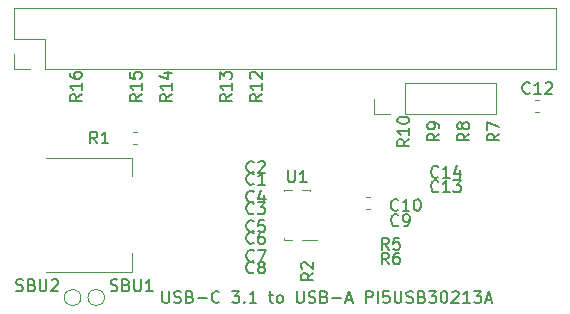
<source format=gbr>
G04 #@! TF.GenerationSoftware,KiCad,Pcbnew,5.1.2*
G04 #@! TF.CreationDate,2019-06-01T11:21:23+02:00*
G04 #@! TF.ProjectId,usb-c-breakout,7573622d-632d-4627-9265-616b6f75742e,rev?*
G04 #@! TF.SameCoordinates,Original*
G04 #@! TF.FileFunction,Legend,Top*
G04 #@! TF.FilePolarity,Positive*
%FSLAX46Y46*%
G04 Gerber Fmt 4.6, Leading zero omitted, Abs format (unit mm)*
G04 Created by KiCad (PCBNEW 5.1.2) date 2019-06-01 11:21:23*
%MOMM*%
%LPD*%
G04 APERTURE LIST*
%ADD10C,0.150000*%
%ADD11C,0.120000*%
%ADD12C,0.100000*%
G04 APERTURE END LIST*
D10*
X83595238Y-106452380D02*
X83595238Y-107261904D01*
X83642857Y-107357142D01*
X83690476Y-107404761D01*
X83785714Y-107452380D01*
X83976190Y-107452380D01*
X84071428Y-107404761D01*
X84119047Y-107357142D01*
X84166666Y-107261904D01*
X84166666Y-106452380D01*
X84595238Y-107404761D02*
X84738095Y-107452380D01*
X84976190Y-107452380D01*
X85071428Y-107404761D01*
X85119047Y-107357142D01*
X85166666Y-107261904D01*
X85166666Y-107166666D01*
X85119047Y-107071428D01*
X85071428Y-107023809D01*
X84976190Y-106976190D01*
X84785714Y-106928571D01*
X84690476Y-106880952D01*
X84642857Y-106833333D01*
X84595238Y-106738095D01*
X84595238Y-106642857D01*
X84642857Y-106547619D01*
X84690476Y-106500000D01*
X84785714Y-106452380D01*
X85023809Y-106452380D01*
X85166666Y-106500000D01*
X85928571Y-106928571D02*
X86071428Y-106976190D01*
X86119047Y-107023809D01*
X86166666Y-107119047D01*
X86166666Y-107261904D01*
X86119047Y-107357142D01*
X86071428Y-107404761D01*
X85976190Y-107452380D01*
X85595238Y-107452380D01*
X85595238Y-106452380D01*
X85928571Y-106452380D01*
X86023809Y-106500000D01*
X86071428Y-106547619D01*
X86119047Y-106642857D01*
X86119047Y-106738095D01*
X86071428Y-106833333D01*
X86023809Y-106880952D01*
X85928571Y-106928571D01*
X85595238Y-106928571D01*
X86595238Y-107071428D02*
X87357142Y-107071428D01*
X88404761Y-107357142D02*
X88357142Y-107404761D01*
X88214285Y-107452380D01*
X88119047Y-107452380D01*
X87976190Y-107404761D01*
X87880952Y-107309523D01*
X87833333Y-107214285D01*
X87785714Y-107023809D01*
X87785714Y-106880952D01*
X87833333Y-106690476D01*
X87880952Y-106595238D01*
X87976190Y-106500000D01*
X88119047Y-106452380D01*
X88214285Y-106452380D01*
X88357142Y-106500000D01*
X88404761Y-106547619D01*
X89500000Y-106452380D02*
X90119047Y-106452380D01*
X89785714Y-106833333D01*
X89928571Y-106833333D01*
X90023809Y-106880952D01*
X90071428Y-106928571D01*
X90119047Y-107023809D01*
X90119047Y-107261904D01*
X90071428Y-107357142D01*
X90023809Y-107404761D01*
X89928571Y-107452380D01*
X89642857Y-107452380D01*
X89547619Y-107404761D01*
X89500000Y-107357142D01*
X90547619Y-107357142D02*
X90595238Y-107404761D01*
X90547619Y-107452380D01*
X90500000Y-107404761D01*
X90547619Y-107357142D01*
X90547619Y-107452380D01*
X91547619Y-107452380D02*
X90976190Y-107452380D01*
X91261904Y-107452380D02*
X91261904Y-106452380D01*
X91166666Y-106595238D01*
X91071428Y-106690476D01*
X90976190Y-106738095D01*
X92595238Y-106785714D02*
X92976190Y-106785714D01*
X92738095Y-106452380D02*
X92738095Y-107309523D01*
X92785714Y-107404761D01*
X92880952Y-107452380D01*
X92976190Y-107452380D01*
X93452380Y-107452380D02*
X93357142Y-107404761D01*
X93309523Y-107357142D01*
X93261904Y-107261904D01*
X93261904Y-106976190D01*
X93309523Y-106880952D01*
X93357142Y-106833333D01*
X93452380Y-106785714D01*
X93595238Y-106785714D01*
X93690476Y-106833333D01*
X93738095Y-106880952D01*
X93785714Y-106976190D01*
X93785714Y-107261904D01*
X93738095Y-107357142D01*
X93690476Y-107404761D01*
X93595238Y-107452380D01*
X93452380Y-107452380D01*
X94976190Y-106452380D02*
X94976190Y-107261904D01*
X95023809Y-107357142D01*
X95071428Y-107404761D01*
X95166666Y-107452380D01*
X95357142Y-107452380D01*
X95452380Y-107404761D01*
X95500000Y-107357142D01*
X95547619Y-107261904D01*
X95547619Y-106452380D01*
X95976190Y-107404761D02*
X96119047Y-107452380D01*
X96357142Y-107452380D01*
X96452380Y-107404761D01*
X96500000Y-107357142D01*
X96547619Y-107261904D01*
X96547619Y-107166666D01*
X96500000Y-107071428D01*
X96452380Y-107023809D01*
X96357142Y-106976190D01*
X96166666Y-106928571D01*
X96071428Y-106880952D01*
X96023809Y-106833333D01*
X95976190Y-106738095D01*
X95976190Y-106642857D01*
X96023809Y-106547619D01*
X96071428Y-106500000D01*
X96166666Y-106452380D01*
X96404761Y-106452380D01*
X96547619Y-106500000D01*
X97309523Y-106928571D02*
X97452380Y-106976190D01*
X97500000Y-107023809D01*
X97547619Y-107119047D01*
X97547619Y-107261904D01*
X97500000Y-107357142D01*
X97452380Y-107404761D01*
X97357142Y-107452380D01*
X96976190Y-107452380D01*
X96976190Y-106452380D01*
X97309523Y-106452380D01*
X97404761Y-106500000D01*
X97452380Y-106547619D01*
X97500000Y-106642857D01*
X97500000Y-106738095D01*
X97452380Y-106833333D01*
X97404761Y-106880952D01*
X97309523Y-106928571D01*
X96976190Y-106928571D01*
X97976190Y-107071428D02*
X98738095Y-107071428D01*
X99166666Y-107166666D02*
X99642857Y-107166666D01*
X99071428Y-107452380D02*
X99404761Y-106452380D01*
X99738095Y-107452380D01*
X100833333Y-107452380D02*
X100833333Y-106452380D01*
X101214285Y-106452380D01*
X101309523Y-106500000D01*
X101357142Y-106547619D01*
X101404761Y-106642857D01*
X101404761Y-106785714D01*
X101357142Y-106880952D01*
X101309523Y-106928571D01*
X101214285Y-106976190D01*
X100833333Y-106976190D01*
X101833333Y-107452380D02*
X101833333Y-106452380D01*
X102785714Y-106452380D02*
X102309523Y-106452380D01*
X102261904Y-106928571D01*
X102309523Y-106880952D01*
X102404761Y-106833333D01*
X102642857Y-106833333D01*
X102738095Y-106880952D01*
X102785714Y-106928571D01*
X102833333Y-107023809D01*
X102833333Y-107261904D01*
X102785714Y-107357142D01*
X102738095Y-107404761D01*
X102642857Y-107452380D01*
X102404761Y-107452380D01*
X102309523Y-107404761D01*
X102261904Y-107357142D01*
X103261904Y-106452380D02*
X103261904Y-107261904D01*
X103309523Y-107357142D01*
X103357142Y-107404761D01*
X103452380Y-107452380D01*
X103642857Y-107452380D01*
X103738095Y-107404761D01*
X103785714Y-107357142D01*
X103833333Y-107261904D01*
X103833333Y-106452380D01*
X104261904Y-107404761D02*
X104404761Y-107452380D01*
X104642857Y-107452380D01*
X104738095Y-107404761D01*
X104785714Y-107357142D01*
X104833333Y-107261904D01*
X104833333Y-107166666D01*
X104785714Y-107071428D01*
X104738095Y-107023809D01*
X104642857Y-106976190D01*
X104452380Y-106928571D01*
X104357142Y-106880952D01*
X104309523Y-106833333D01*
X104261904Y-106738095D01*
X104261904Y-106642857D01*
X104309523Y-106547619D01*
X104357142Y-106500000D01*
X104452380Y-106452380D01*
X104690476Y-106452380D01*
X104833333Y-106500000D01*
X105595238Y-106928571D02*
X105738095Y-106976190D01*
X105785714Y-107023809D01*
X105833333Y-107119047D01*
X105833333Y-107261904D01*
X105785714Y-107357142D01*
X105738095Y-107404761D01*
X105642857Y-107452380D01*
X105261904Y-107452380D01*
X105261904Y-106452380D01*
X105595238Y-106452380D01*
X105690476Y-106500000D01*
X105738095Y-106547619D01*
X105785714Y-106642857D01*
X105785714Y-106738095D01*
X105738095Y-106833333D01*
X105690476Y-106880952D01*
X105595238Y-106928571D01*
X105261904Y-106928571D01*
X106166666Y-106452380D02*
X106785714Y-106452380D01*
X106452380Y-106833333D01*
X106595238Y-106833333D01*
X106690476Y-106880952D01*
X106738095Y-106928571D01*
X106785714Y-107023809D01*
X106785714Y-107261904D01*
X106738095Y-107357142D01*
X106690476Y-107404761D01*
X106595238Y-107452380D01*
X106309523Y-107452380D01*
X106214285Y-107404761D01*
X106166666Y-107357142D01*
X107404761Y-106452380D02*
X107500000Y-106452380D01*
X107595238Y-106500000D01*
X107642857Y-106547619D01*
X107690476Y-106642857D01*
X107738095Y-106833333D01*
X107738095Y-107071428D01*
X107690476Y-107261904D01*
X107642857Y-107357142D01*
X107595238Y-107404761D01*
X107500000Y-107452380D01*
X107404761Y-107452380D01*
X107309523Y-107404761D01*
X107261904Y-107357142D01*
X107214285Y-107261904D01*
X107166666Y-107071428D01*
X107166666Y-106833333D01*
X107214285Y-106642857D01*
X107261904Y-106547619D01*
X107309523Y-106500000D01*
X107404761Y-106452380D01*
X108119047Y-106547619D02*
X108166666Y-106500000D01*
X108261904Y-106452380D01*
X108500000Y-106452380D01*
X108595238Y-106500000D01*
X108642857Y-106547619D01*
X108690476Y-106642857D01*
X108690476Y-106738095D01*
X108642857Y-106880952D01*
X108071428Y-107452380D01*
X108690476Y-107452380D01*
X109642857Y-107452380D02*
X109071428Y-107452380D01*
X109357142Y-107452380D02*
X109357142Y-106452380D01*
X109261904Y-106595238D01*
X109166666Y-106690476D01*
X109071428Y-106738095D01*
X109976190Y-106452380D02*
X110595238Y-106452380D01*
X110261904Y-106833333D01*
X110404761Y-106833333D01*
X110500000Y-106880952D01*
X110547619Y-106928571D01*
X110595238Y-107023809D01*
X110595238Y-107261904D01*
X110547619Y-107357142D01*
X110500000Y-107404761D01*
X110404761Y-107452380D01*
X110119047Y-107452380D01*
X110023809Y-107404761D01*
X109976190Y-107357142D01*
X110976190Y-107166666D02*
X111452380Y-107166666D01*
X110880952Y-107452380D02*
X111214285Y-106452380D01*
X111547619Y-107452380D01*
D11*
X76700000Y-107000000D02*
G75*
G03X76700000Y-107000000I-700000J0D01*
G01*
X78700000Y-107000000D02*
G75*
G03X78700000Y-107000000I-700000J0D01*
G01*
X116900000Y-87690000D02*
X116900000Y-82490000D01*
X73660000Y-87690000D02*
X116900000Y-87690000D01*
X71060000Y-82490000D02*
X116900000Y-82490000D01*
X73660000Y-87690000D02*
X73660000Y-85090000D01*
X73660000Y-85090000D02*
X71060000Y-85090000D01*
X71060000Y-85090000D02*
X71060000Y-82490000D01*
X72390000Y-87690000D02*
X71060000Y-87690000D01*
X71060000Y-87690000D02*
X71060000Y-86360000D01*
X81468279Y-93982000D02*
X81142721Y-93982000D01*
X81468279Y-92962000D02*
X81142721Y-92962000D01*
X101540000Y-91500000D02*
X101540000Y-90170000D01*
X102870000Y-91500000D02*
X101540000Y-91500000D01*
X104140000Y-91500000D02*
X104140000Y-88840000D01*
X104140000Y-88840000D02*
X111820000Y-88840000D01*
X104140000Y-91500000D02*
X111820000Y-91500000D01*
X111820000Y-91500000D02*
X111820000Y-88840000D01*
D12*
X93900000Y-102100000D02*
X93900000Y-102000000D01*
X94600000Y-102100000D02*
X93900000Y-102100000D01*
X96700000Y-102100000D02*
X95400000Y-102100000D01*
X96100000Y-97900000D02*
X96100000Y-98000000D01*
X95400000Y-97900000D02*
X96100000Y-97900000D01*
X93900000Y-97900000D02*
X94600000Y-97900000D01*
X93900000Y-98000000D02*
X93900000Y-97900000D01*
D11*
X115512779Y-90240000D02*
X115187221Y-90240000D01*
X115512779Y-91260000D02*
X115187221Y-91260000D01*
X100837221Y-99510000D02*
X101162779Y-99510000D01*
X100837221Y-98490000D02*
X101162779Y-98490000D01*
X81010000Y-103250000D02*
X81010000Y-104850000D01*
X81010000Y-104850000D02*
X73750000Y-104850000D01*
X81010000Y-95150000D02*
X73750000Y-95150000D01*
X81010000Y-95150000D02*
X81010000Y-96750000D01*
D10*
X71214285Y-106404761D02*
X71357142Y-106452380D01*
X71595238Y-106452380D01*
X71690476Y-106404761D01*
X71738095Y-106357142D01*
X71785714Y-106261904D01*
X71785714Y-106166666D01*
X71738095Y-106071428D01*
X71690476Y-106023809D01*
X71595238Y-105976190D01*
X71404761Y-105928571D01*
X71309523Y-105880952D01*
X71261904Y-105833333D01*
X71214285Y-105738095D01*
X71214285Y-105642857D01*
X71261904Y-105547619D01*
X71309523Y-105500000D01*
X71404761Y-105452380D01*
X71642857Y-105452380D01*
X71785714Y-105500000D01*
X72547619Y-105928571D02*
X72690476Y-105976190D01*
X72738095Y-106023809D01*
X72785714Y-106119047D01*
X72785714Y-106261904D01*
X72738095Y-106357142D01*
X72690476Y-106404761D01*
X72595238Y-106452380D01*
X72214285Y-106452380D01*
X72214285Y-105452380D01*
X72547619Y-105452380D01*
X72642857Y-105500000D01*
X72690476Y-105547619D01*
X72738095Y-105642857D01*
X72738095Y-105738095D01*
X72690476Y-105833333D01*
X72642857Y-105880952D01*
X72547619Y-105928571D01*
X72214285Y-105928571D01*
X73214285Y-105452380D02*
X73214285Y-106261904D01*
X73261904Y-106357142D01*
X73309523Y-106404761D01*
X73404761Y-106452380D01*
X73595238Y-106452380D01*
X73690476Y-106404761D01*
X73738095Y-106357142D01*
X73785714Y-106261904D01*
X73785714Y-105452380D01*
X74214285Y-105547619D02*
X74261904Y-105500000D01*
X74357142Y-105452380D01*
X74595238Y-105452380D01*
X74690476Y-105500000D01*
X74738095Y-105547619D01*
X74785714Y-105642857D01*
X74785714Y-105738095D01*
X74738095Y-105880952D01*
X74166666Y-106452380D01*
X74785714Y-106452380D01*
X79214285Y-106404761D02*
X79357142Y-106452380D01*
X79595238Y-106452380D01*
X79690476Y-106404761D01*
X79738095Y-106357142D01*
X79785714Y-106261904D01*
X79785714Y-106166666D01*
X79738095Y-106071428D01*
X79690476Y-106023809D01*
X79595238Y-105976190D01*
X79404761Y-105928571D01*
X79309523Y-105880952D01*
X79261904Y-105833333D01*
X79214285Y-105738095D01*
X79214285Y-105642857D01*
X79261904Y-105547619D01*
X79309523Y-105500000D01*
X79404761Y-105452380D01*
X79642857Y-105452380D01*
X79785714Y-105500000D01*
X80547619Y-105928571D02*
X80690476Y-105976190D01*
X80738095Y-106023809D01*
X80785714Y-106119047D01*
X80785714Y-106261904D01*
X80738095Y-106357142D01*
X80690476Y-106404761D01*
X80595238Y-106452380D01*
X80214285Y-106452380D01*
X80214285Y-105452380D01*
X80547619Y-105452380D01*
X80642857Y-105500000D01*
X80690476Y-105547619D01*
X80738095Y-105642857D01*
X80738095Y-105738095D01*
X80690476Y-105833333D01*
X80642857Y-105880952D01*
X80547619Y-105928571D01*
X80214285Y-105928571D01*
X81214285Y-105452380D02*
X81214285Y-106261904D01*
X81261904Y-106357142D01*
X81309523Y-106404761D01*
X81404761Y-106452380D01*
X81595238Y-106452380D01*
X81690476Y-106404761D01*
X81738095Y-106357142D01*
X81785714Y-106261904D01*
X81785714Y-105452380D01*
X82785714Y-106452380D02*
X82214285Y-106452380D01*
X82500000Y-106452380D02*
X82500000Y-105452380D01*
X82404761Y-105595238D01*
X82309523Y-105690476D01*
X82214285Y-105738095D01*
X78083333Y-93952380D02*
X77750000Y-93476190D01*
X77511904Y-93952380D02*
X77511904Y-92952380D01*
X77892857Y-92952380D01*
X77988095Y-93000000D01*
X78035714Y-93047619D01*
X78083333Y-93142857D01*
X78083333Y-93285714D01*
X78035714Y-93380952D01*
X77988095Y-93428571D01*
X77892857Y-93476190D01*
X77511904Y-93476190D01*
X79035714Y-93952380D02*
X78464285Y-93952380D01*
X78750000Y-93952380D02*
X78750000Y-92952380D01*
X78654761Y-93095238D01*
X78559523Y-93190476D01*
X78464285Y-93238095D01*
X94234095Y-96226380D02*
X94234095Y-97035904D01*
X94281714Y-97131142D01*
X94329333Y-97178761D01*
X94424571Y-97226380D01*
X94615047Y-97226380D01*
X94710285Y-97178761D01*
X94757904Y-97131142D01*
X94805523Y-97035904D01*
X94805523Y-96226380D01*
X95805523Y-97226380D02*
X95234095Y-97226380D01*
X95519809Y-97226380D02*
X95519809Y-96226380D01*
X95424571Y-96369238D01*
X95329333Y-96464476D01*
X95234095Y-96512095D01*
X76752380Y-89796857D02*
X76276190Y-90130190D01*
X76752380Y-90368285D02*
X75752380Y-90368285D01*
X75752380Y-89987333D01*
X75800000Y-89892095D01*
X75847619Y-89844476D01*
X75942857Y-89796857D01*
X76085714Y-89796857D01*
X76180952Y-89844476D01*
X76228571Y-89892095D01*
X76276190Y-89987333D01*
X76276190Y-90368285D01*
X76752380Y-88844476D02*
X76752380Y-89415904D01*
X76752380Y-89130190D02*
X75752380Y-89130190D01*
X75895238Y-89225428D01*
X75990476Y-89320666D01*
X76038095Y-89415904D01*
X75752380Y-87987333D02*
X75752380Y-88177809D01*
X75800000Y-88273047D01*
X75847619Y-88320666D01*
X75990476Y-88415904D01*
X76180952Y-88463523D01*
X76561904Y-88463523D01*
X76657142Y-88415904D01*
X76704761Y-88368285D01*
X76752380Y-88273047D01*
X76752380Y-88082571D01*
X76704761Y-87987333D01*
X76657142Y-87939714D01*
X76561904Y-87892095D01*
X76323809Y-87892095D01*
X76228571Y-87939714D01*
X76180952Y-87987333D01*
X76133333Y-88082571D01*
X76133333Y-88273047D01*
X76180952Y-88368285D01*
X76228571Y-88415904D01*
X76323809Y-88463523D01*
X81832380Y-89796857D02*
X81356190Y-90130190D01*
X81832380Y-90368285D02*
X80832380Y-90368285D01*
X80832380Y-89987333D01*
X80880000Y-89892095D01*
X80927619Y-89844476D01*
X81022857Y-89796857D01*
X81165714Y-89796857D01*
X81260952Y-89844476D01*
X81308571Y-89892095D01*
X81356190Y-89987333D01*
X81356190Y-90368285D01*
X81832380Y-88844476D02*
X81832380Y-89415904D01*
X81832380Y-89130190D02*
X80832380Y-89130190D01*
X80975238Y-89225428D01*
X81070476Y-89320666D01*
X81118095Y-89415904D01*
X80832380Y-87939714D02*
X80832380Y-88415904D01*
X81308571Y-88463523D01*
X81260952Y-88415904D01*
X81213333Y-88320666D01*
X81213333Y-88082571D01*
X81260952Y-87987333D01*
X81308571Y-87939714D01*
X81403809Y-87892095D01*
X81641904Y-87892095D01*
X81737142Y-87939714D01*
X81784761Y-87987333D01*
X81832380Y-88082571D01*
X81832380Y-88320666D01*
X81784761Y-88415904D01*
X81737142Y-88463523D01*
X84372380Y-89796857D02*
X83896190Y-90130190D01*
X84372380Y-90368285D02*
X83372380Y-90368285D01*
X83372380Y-89987333D01*
X83420000Y-89892095D01*
X83467619Y-89844476D01*
X83562857Y-89796857D01*
X83705714Y-89796857D01*
X83800952Y-89844476D01*
X83848571Y-89892095D01*
X83896190Y-89987333D01*
X83896190Y-90368285D01*
X84372380Y-88844476D02*
X84372380Y-89415904D01*
X84372380Y-89130190D02*
X83372380Y-89130190D01*
X83515238Y-89225428D01*
X83610476Y-89320666D01*
X83658095Y-89415904D01*
X83705714Y-87987333D02*
X84372380Y-87987333D01*
X83324761Y-88225428D02*
X84039047Y-88463523D01*
X84039047Y-87844476D01*
X89452380Y-89796857D02*
X88976190Y-90130190D01*
X89452380Y-90368285D02*
X88452380Y-90368285D01*
X88452380Y-89987333D01*
X88500000Y-89892095D01*
X88547619Y-89844476D01*
X88642857Y-89796857D01*
X88785714Y-89796857D01*
X88880952Y-89844476D01*
X88928571Y-89892095D01*
X88976190Y-89987333D01*
X88976190Y-90368285D01*
X89452380Y-88844476D02*
X89452380Y-89415904D01*
X89452380Y-89130190D02*
X88452380Y-89130190D01*
X88595238Y-89225428D01*
X88690476Y-89320666D01*
X88738095Y-89415904D01*
X88452380Y-88511142D02*
X88452380Y-87892095D01*
X88833333Y-88225428D01*
X88833333Y-88082571D01*
X88880952Y-87987333D01*
X88928571Y-87939714D01*
X89023809Y-87892095D01*
X89261904Y-87892095D01*
X89357142Y-87939714D01*
X89404761Y-87987333D01*
X89452380Y-88082571D01*
X89452380Y-88368285D01*
X89404761Y-88463523D01*
X89357142Y-88511142D01*
X91992380Y-89796857D02*
X91516190Y-90130190D01*
X91992380Y-90368285D02*
X90992380Y-90368285D01*
X90992380Y-89987333D01*
X91040000Y-89892095D01*
X91087619Y-89844476D01*
X91182857Y-89796857D01*
X91325714Y-89796857D01*
X91420952Y-89844476D01*
X91468571Y-89892095D01*
X91516190Y-89987333D01*
X91516190Y-90368285D01*
X91992380Y-88844476D02*
X91992380Y-89415904D01*
X91992380Y-89130190D02*
X90992380Y-89130190D01*
X91135238Y-89225428D01*
X91230476Y-89320666D01*
X91278095Y-89415904D01*
X91087619Y-88463523D02*
X91040000Y-88415904D01*
X90992380Y-88320666D01*
X90992380Y-88082571D01*
X91040000Y-87987333D01*
X91087619Y-87939714D01*
X91182857Y-87892095D01*
X91278095Y-87892095D01*
X91420952Y-87939714D01*
X91992380Y-88511142D01*
X91992380Y-87892095D01*
X104492380Y-93606857D02*
X104016190Y-93940190D01*
X104492380Y-94178285D02*
X103492380Y-94178285D01*
X103492380Y-93797333D01*
X103540000Y-93702095D01*
X103587619Y-93654476D01*
X103682857Y-93606857D01*
X103825714Y-93606857D01*
X103920952Y-93654476D01*
X103968571Y-93702095D01*
X104016190Y-93797333D01*
X104016190Y-94178285D01*
X104492380Y-92654476D02*
X104492380Y-93225904D01*
X104492380Y-92940190D02*
X103492380Y-92940190D01*
X103635238Y-93035428D01*
X103730476Y-93130666D01*
X103778095Y-93225904D01*
X103492380Y-92035428D02*
X103492380Y-91940190D01*
X103540000Y-91844952D01*
X103587619Y-91797333D01*
X103682857Y-91749714D01*
X103873333Y-91702095D01*
X104111428Y-91702095D01*
X104301904Y-91749714D01*
X104397142Y-91797333D01*
X104444761Y-91844952D01*
X104492380Y-91940190D01*
X104492380Y-92035428D01*
X104444761Y-92130666D01*
X104397142Y-92178285D01*
X104301904Y-92225904D01*
X104111428Y-92273523D01*
X103873333Y-92273523D01*
X103682857Y-92225904D01*
X103587619Y-92178285D01*
X103540000Y-92130666D01*
X103492380Y-92035428D01*
X107032380Y-93130666D02*
X106556190Y-93464000D01*
X107032380Y-93702095D02*
X106032380Y-93702095D01*
X106032380Y-93321142D01*
X106080000Y-93225904D01*
X106127619Y-93178285D01*
X106222857Y-93130666D01*
X106365714Y-93130666D01*
X106460952Y-93178285D01*
X106508571Y-93225904D01*
X106556190Y-93321142D01*
X106556190Y-93702095D01*
X107032380Y-92654476D02*
X107032380Y-92464000D01*
X106984761Y-92368761D01*
X106937142Y-92321142D01*
X106794285Y-92225904D01*
X106603809Y-92178285D01*
X106222857Y-92178285D01*
X106127619Y-92225904D01*
X106080000Y-92273523D01*
X106032380Y-92368761D01*
X106032380Y-92559238D01*
X106080000Y-92654476D01*
X106127619Y-92702095D01*
X106222857Y-92749714D01*
X106460952Y-92749714D01*
X106556190Y-92702095D01*
X106603809Y-92654476D01*
X106651428Y-92559238D01*
X106651428Y-92368761D01*
X106603809Y-92273523D01*
X106556190Y-92225904D01*
X106460952Y-92178285D01*
X109572380Y-93130666D02*
X109096190Y-93464000D01*
X109572380Y-93702095D02*
X108572380Y-93702095D01*
X108572380Y-93321142D01*
X108620000Y-93225904D01*
X108667619Y-93178285D01*
X108762857Y-93130666D01*
X108905714Y-93130666D01*
X109000952Y-93178285D01*
X109048571Y-93225904D01*
X109096190Y-93321142D01*
X109096190Y-93702095D01*
X109000952Y-92559238D02*
X108953333Y-92654476D01*
X108905714Y-92702095D01*
X108810476Y-92749714D01*
X108762857Y-92749714D01*
X108667619Y-92702095D01*
X108620000Y-92654476D01*
X108572380Y-92559238D01*
X108572380Y-92368761D01*
X108620000Y-92273523D01*
X108667619Y-92225904D01*
X108762857Y-92178285D01*
X108810476Y-92178285D01*
X108905714Y-92225904D01*
X108953333Y-92273523D01*
X109000952Y-92368761D01*
X109000952Y-92559238D01*
X109048571Y-92654476D01*
X109096190Y-92702095D01*
X109191428Y-92749714D01*
X109381904Y-92749714D01*
X109477142Y-92702095D01*
X109524761Y-92654476D01*
X109572380Y-92559238D01*
X109572380Y-92368761D01*
X109524761Y-92273523D01*
X109477142Y-92225904D01*
X109381904Y-92178285D01*
X109191428Y-92178285D01*
X109096190Y-92225904D01*
X109048571Y-92273523D01*
X109000952Y-92368761D01*
X112112380Y-93130666D02*
X111636190Y-93464000D01*
X112112380Y-93702095D02*
X111112380Y-93702095D01*
X111112380Y-93321142D01*
X111160000Y-93225904D01*
X111207619Y-93178285D01*
X111302857Y-93130666D01*
X111445714Y-93130666D01*
X111540952Y-93178285D01*
X111588571Y-93225904D01*
X111636190Y-93321142D01*
X111636190Y-93702095D01*
X111112380Y-92797333D02*
X111112380Y-92130666D01*
X112112380Y-92559238D01*
X102753333Y-104202380D02*
X102420000Y-103726190D01*
X102181904Y-104202380D02*
X102181904Y-103202380D01*
X102562857Y-103202380D01*
X102658095Y-103250000D01*
X102705714Y-103297619D01*
X102753333Y-103392857D01*
X102753333Y-103535714D01*
X102705714Y-103630952D01*
X102658095Y-103678571D01*
X102562857Y-103726190D01*
X102181904Y-103726190D01*
X103610476Y-103202380D02*
X103420000Y-103202380D01*
X103324761Y-103250000D01*
X103277142Y-103297619D01*
X103181904Y-103440476D01*
X103134285Y-103630952D01*
X103134285Y-104011904D01*
X103181904Y-104107142D01*
X103229523Y-104154761D01*
X103324761Y-104202380D01*
X103515238Y-104202380D01*
X103610476Y-104154761D01*
X103658095Y-104107142D01*
X103705714Y-104011904D01*
X103705714Y-103773809D01*
X103658095Y-103678571D01*
X103610476Y-103630952D01*
X103515238Y-103583333D01*
X103324761Y-103583333D01*
X103229523Y-103630952D01*
X103181904Y-103678571D01*
X103134285Y-103773809D01*
X102753333Y-102952380D02*
X102420000Y-102476190D01*
X102181904Y-102952380D02*
X102181904Y-101952380D01*
X102562857Y-101952380D01*
X102658095Y-102000000D01*
X102705714Y-102047619D01*
X102753333Y-102142857D01*
X102753333Y-102285714D01*
X102705714Y-102380952D01*
X102658095Y-102428571D01*
X102562857Y-102476190D01*
X102181904Y-102476190D01*
X103658095Y-101952380D02*
X103181904Y-101952380D01*
X103134285Y-102428571D01*
X103181904Y-102380952D01*
X103277142Y-102333333D01*
X103515238Y-102333333D01*
X103610476Y-102380952D01*
X103658095Y-102428571D01*
X103705714Y-102523809D01*
X103705714Y-102761904D01*
X103658095Y-102857142D01*
X103610476Y-102904761D01*
X103515238Y-102952380D01*
X103277142Y-102952380D01*
X103181904Y-102904761D01*
X103134285Y-102857142D01*
X96364380Y-104941666D02*
X95888190Y-105275000D01*
X96364380Y-105513095D02*
X95364380Y-105513095D01*
X95364380Y-105132142D01*
X95412000Y-105036904D01*
X95459619Y-104989285D01*
X95554857Y-104941666D01*
X95697714Y-104941666D01*
X95792952Y-104989285D01*
X95840571Y-105036904D01*
X95888190Y-105132142D01*
X95888190Y-105513095D01*
X95459619Y-104560714D02*
X95412000Y-104513095D01*
X95364380Y-104417857D01*
X95364380Y-104179761D01*
X95412000Y-104084523D01*
X95459619Y-104036904D01*
X95554857Y-103989285D01*
X95650095Y-103989285D01*
X95792952Y-104036904D01*
X96364380Y-104608333D01*
X96364380Y-103989285D01*
X106957142Y-96757142D02*
X106909523Y-96804761D01*
X106766666Y-96852380D01*
X106671428Y-96852380D01*
X106528571Y-96804761D01*
X106433333Y-96709523D01*
X106385714Y-96614285D01*
X106338095Y-96423809D01*
X106338095Y-96280952D01*
X106385714Y-96090476D01*
X106433333Y-95995238D01*
X106528571Y-95900000D01*
X106671428Y-95852380D01*
X106766666Y-95852380D01*
X106909523Y-95900000D01*
X106957142Y-95947619D01*
X107909523Y-96852380D02*
X107338095Y-96852380D01*
X107623809Y-96852380D02*
X107623809Y-95852380D01*
X107528571Y-95995238D01*
X107433333Y-96090476D01*
X107338095Y-96138095D01*
X108766666Y-96185714D02*
X108766666Y-96852380D01*
X108528571Y-95804761D02*
X108290476Y-96519047D01*
X108909523Y-96519047D01*
X106957142Y-97987142D02*
X106909523Y-98034761D01*
X106766666Y-98082380D01*
X106671428Y-98082380D01*
X106528571Y-98034761D01*
X106433333Y-97939523D01*
X106385714Y-97844285D01*
X106338095Y-97653809D01*
X106338095Y-97510952D01*
X106385714Y-97320476D01*
X106433333Y-97225238D01*
X106528571Y-97130000D01*
X106671428Y-97082380D01*
X106766666Y-97082380D01*
X106909523Y-97130000D01*
X106957142Y-97177619D01*
X107909523Y-98082380D02*
X107338095Y-98082380D01*
X107623809Y-98082380D02*
X107623809Y-97082380D01*
X107528571Y-97225238D01*
X107433333Y-97320476D01*
X107338095Y-97368095D01*
X108242857Y-97082380D02*
X108861904Y-97082380D01*
X108528571Y-97463333D01*
X108671428Y-97463333D01*
X108766666Y-97510952D01*
X108814285Y-97558571D01*
X108861904Y-97653809D01*
X108861904Y-97891904D01*
X108814285Y-97987142D01*
X108766666Y-98034761D01*
X108671428Y-98082380D01*
X108385714Y-98082380D01*
X108290476Y-98034761D01*
X108242857Y-97987142D01*
X114707142Y-89657142D02*
X114659523Y-89704761D01*
X114516666Y-89752380D01*
X114421428Y-89752380D01*
X114278571Y-89704761D01*
X114183333Y-89609523D01*
X114135714Y-89514285D01*
X114088095Y-89323809D01*
X114088095Y-89180952D01*
X114135714Y-88990476D01*
X114183333Y-88895238D01*
X114278571Y-88800000D01*
X114421428Y-88752380D01*
X114516666Y-88752380D01*
X114659523Y-88800000D01*
X114707142Y-88847619D01*
X115659523Y-89752380D02*
X115088095Y-89752380D01*
X115373809Y-89752380D02*
X115373809Y-88752380D01*
X115278571Y-88895238D01*
X115183333Y-88990476D01*
X115088095Y-89038095D01*
X116040476Y-88847619D02*
X116088095Y-88800000D01*
X116183333Y-88752380D01*
X116421428Y-88752380D01*
X116516666Y-88800000D01*
X116564285Y-88847619D01*
X116611904Y-88942857D01*
X116611904Y-89038095D01*
X116564285Y-89180952D01*
X115992857Y-89752380D01*
X116611904Y-89752380D01*
X103557142Y-99557142D02*
X103509523Y-99604761D01*
X103366666Y-99652380D01*
X103271428Y-99652380D01*
X103128571Y-99604761D01*
X103033333Y-99509523D01*
X102985714Y-99414285D01*
X102938095Y-99223809D01*
X102938095Y-99080952D01*
X102985714Y-98890476D01*
X103033333Y-98795238D01*
X103128571Y-98700000D01*
X103271428Y-98652380D01*
X103366666Y-98652380D01*
X103509523Y-98700000D01*
X103557142Y-98747619D01*
X104509523Y-99652380D02*
X103938095Y-99652380D01*
X104223809Y-99652380D02*
X104223809Y-98652380D01*
X104128571Y-98795238D01*
X104033333Y-98890476D01*
X103938095Y-98938095D01*
X105128571Y-98652380D02*
X105223809Y-98652380D01*
X105319047Y-98700000D01*
X105366666Y-98747619D01*
X105414285Y-98842857D01*
X105461904Y-99033333D01*
X105461904Y-99271428D01*
X105414285Y-99461904D01*
X105366666Y-99557142D01*
X105319047Y-99604761D01*
X105223809Y-99652380D01*
X105128571Y-99652380D01*
X105033333Y-99604761D01*
X104985714Y-99557142D01*
X104938095Y-99461904D01*
X104890476Y-99271428D01*
X104890476Y-99033333D01*
X104938095Y-98842857D01*
X104985714Y-98747619D01*
X105033333Y-98700000D01*
X105128571Y-98652380D01*
X103583333Y-100857142D02*
X103535714Y-100904761D01*
X103392857Y-100952380D01*
X103297619Y-100952380D01*
X103154761Y-100904761D01*
X103059523Y-100809523D01*
X103011904Y-100714285D01*
X102964285Y-100523809D01*
X102964285Y-100380952D01*
X103011904Y-100190476D01*
X103059523Y-100095238D01*
X103154761Y-100000000D01*
X103297619Y-99952380D01*
X103392857Y-99952380D01*
X103535714Y-100000000D01*
X103583333Y-100047619D01*
X104059523Y-100952380D02*
X104250000Y-100952380D01*
X104345238Y-100904761D01*
X104392857Y-100857142D01*
X104488095Y-100714285D01*
X104535714Y-100523809D01*
X104535714Y-100142857D01*
X104488095Y-100047619D01*
X104440476Y-100000000D01*
X104345238Y-99952380D01*
X104154761Y-99952380D01*
X104059523Y-100000000D01*
X104011904Y-100047619D01*
X103964285Y-100142857D01*
X103964285Y-100380952D01*
X104011904Y-100476190D01*
X104059523Y-100523809D01*
X104154761Y-100571428D01*
X104345238Y-100571428D01*
X104440476Y-100523809D01*
X104488095Y-100476190D01*
X104535714Y-100380952D01*
X91333333Y-104857142D02*
X91285714Y-104904761D01*
X91142857Y-104952380D01*
X91047619Y-104952380D01*
X90904761Y-104904761D01*
X90809523Y-104809523D01*
X90761904Y-104714285D01*
X90714285Y-104523809D01*
X90714285Y-104380952D01*
X90761904Y-104190476D01*
X90809523Y-104095238D01*
X90904761Y-104000000D01*
X91047619Y-103952380D01*
X91142857Y-103952380D01*
X91285714Y-104000000D01*
X91333333Y-104047619D01*
X91904761Y-104380952D02*
X91809523Y-104333333D01*
X91761904Y-104285714D01*
X91714285Y-104190476D01*
X91714285Y-104142857D01*
X91761904Y-104047619D01*
X91809523Y-104000000D01*
X91904761Y-103952380D01*
X92095238Y-103952380D01*
X92190476Y-104000000D01*
X92238095Y-104047619D01*
X92285714Y-104142857D01*
X92285714Y-104190476D01*
X92238095Y-104285714D01*
X92190476Y-104333333D01*
X92095238Y-104380952D01*
X91904761Y-104380952D01*
X91809523Y-104428571D01*
X91761904Y-104476190D01*
X91714285Y-104571428D01*
X91714285Y-104761904D01*
X91761904Y-104857142D01*
X91809523Y-104904761D01*
X91904761Y-104952380D01*
X92095238Y-104952380D01*
X92190476Y-104904761D01*
X92238095Y-104857142D01*
X92285714Y-104761904D01*
X92285714Y-104571428D01*
X92238095Y-104476190D01*
X92190476Y-104428571D01*
X92095238Y-104380952D01*
X91333333Y-103857142D02*
X91285714Y-103904761D01*
X91142857Y-103952380D01*
X91047619Y-103952380D01*
X90904761Y-103904761D01*
X90809523Y-103809523D01*
X90761904Y-103714285D01*
X90714285Y-103523809D01*
X90714285Y-103380952D01*
X90761904Y-103190476D01*
X90809523Y-103095238D01*
X90904761Y-103000000D01*
X91047619Y-102952380D01*
X91142857Y-102952380D01*
X91285714Y-103000000D01*
X91333333Y-103047619D01*
X91666666Y-102952380D02*
X92333333Y-102952380D01*
X91904761Y-103952380D01*
X91333333Y-102357142D02*
X91285714Y-102404761D01*
X91142857Y-102452380D01*
X91047619Y-102452380D01*
X90904761Y-102404761D01*
X90809523Y-102309523D01*
X90761904Y-102214285D01*
X90714285Y-102023809D01*
X90714285Y-101880952D01*
X90761904Y-101690476D01*
X90809523Y-101595238D01*
X90904761Y-101500000D01*
X91047619Y-101452380D01*
X91142857Y-101452380D01*
X91285714Y-101500000D01*
X91333333Y-101547619D01*
X92190476Y-101452380D02*
X92000000Y-101452380D01*
X91904761Y-101500000D01*
X91857142Y-101547619D01*
X91761904Y-101690476D01*
X91714285Y-101880952D01*
X91714285Y-102261904D01*
X91761904Y-102357142D01*
X91809523Y-102404761D01*
X91904761Y-102452380D01*
X92095238Y-102452380D01*
X92190476Y-102404761D01*
X92238095Y-102357142D01*
X92285714Y-102261904D01*
X92285714Y-102023809D01*
X92238095Y-101928571D01*
X92190476Y-101880952D01*
X92095238Y-101833333D01*
X91904761Y-101833333D01*
X91809523Y-101880952D01*
X91761904Y-101928571D01*
X91714285Y-102023809D01*
X91333333Y-101357142D02*
X91285714Y-101404761D01*
X91142857Y-101452380D01*
X91047619Y-101452380D01*
X90904761Y-101404761D01*
X90809523Y-101309523D01*
X90761904Y-101214285D01*
X90714285Y-101023809D01*
X90714285Y-100880952D01*
X90761904Y-100690476D01*
X90809523Y-100595238D01*
X90904761Y-100500000D01*
X91047619Y-100452380D01*
X91142857Y-100452380D01*
X91285714Y-100500000D01*
X91333333Y-100547619D01*
X92238095Y-100452380D02*
X91761904Y-100452380D01*
X91714285Y-100928571D01*
X91761904Y-100880952D01*
X91857142Y-100833333D01*
X92095238Y-100833333D01*
X92190476Y-100880952D01*
X92238095Y-100928571D01*
X92285714Y-101023809D01*
X92285714Y-101261904D01*
X92238095Y-101357142D01*
X92190476Y-101404761D01*
X92095238Y-101452380D01*
X91857142Y-101452380D01*
X91761904Y-101404761D01*
X91714285Y-101357142D01*
X91333333Y-98857142D02*
X91285714Y-98904761D01*
X91142857Y-98952380D01*
X91047619Y-98952380D01*
X90904761Y-98904761D01*
X90809523Y-98809523D01*
X90761904Y-98714285D01*
X90714285Y-98523809D01*
X90714285Y-98380952D01*
X90761904Y-98190476D01*
X90809523Y-98095238D01*
X90904761Y-98000000D01*
X91047619Y-97952380D01*
X91142857Y-97952380D01*
X91285714Y-98000000D01*
X91333333Y-98047619D01*
X92190476Y-98285714D02*
X92190476Y-98952380D01*
X91952380Y-97904761D02*
X91714285Y-98619047D01*
X92333333Y-98619047D01*
X91333333Y-99857142D02*
X91285714Y-99904761D01*
X91142857Y-99952380D01*
X91047619Y-99952380D01*
X90904761Y-99904761D01*
X90809523Y-99809523D01*
X90761904Y-99714285D01*
X90714285Y-99523809D01*
X90714285Y-99380952D01*
X90761904Y-99190476D01*
X90809523Y-99095238D01*
X90904761Y-99000000D01*
X91047619Y-98952380D01*
X91142857Y-98952380D01*
X91285714Y-99000000D01*
X91333333Y-99047619D01*
X91666666Y-98952380D02*
X92285714Y-98952380D01*
X91952380Y-99333333D01*
X92095238Y-99333333D01*
X92190476Y-99380952D01*
X92238095Y-99428571D01*
X92285714Y-99523809D01*
X92285714Y-99761904D01*
X92238095Y-99857142D01*
X92190476Y-99904761D01*
X92095238Y-99952380D01*
X91809523Y-99952380D01*
X91714285Y-99904761D01*
X91666666Y-99857142D01*
X91333333Y-96357142D02*
X91285714Y-96404761D01*
X91142857Y-96452380D01*
X91047619Y-96452380D01*
X90904761Y-96404761D01*
X90809523Y-96309523D01*
X90761904Y-96214285D01*
X90714285Y-96023809D01*
X90714285Y-95880952D01*
X90761904Y-95690476D01*
X90809523Y-95595238D01*
X90904761Y-95500000D01*
X91047619Y-95452380D01*
X91142857Y-95452380D01*
X91285714Y-95500000D01*
X91333333Y-95547619D01*
X91714285Y-95547619D02*
X91761904Y-95500000D01*
X91857142Y-95452380D01*
X92095238Y-95452380D01*
X92190476Y-95500000D01*
X92238095Y-95547619D01*
X92285714Y-95642857D01*
X92285714Y-95738095D01*
X92238095Y-95880952D01*
X91666666Y-96452380D01*
X92285714Y-96452380D01*
X91333333Y-97357142D02*
X91285714Y-97404761D01*
X91142857Y-97452380D01*
X91047619Y-97452380D01*
X90904761Y-97404761D01*
X90809523Y-97309523D01*
X90761904Y-97214285D01*
X90714285Y-97023809D01*
X90714285Y-96880952D01*
X90761904Y-96690476D01*
X90809523Y-96595238D01*
X90904761Y-96500000D01*
X91047619Y-96452380D01*
X91142857Y-96452380D01*
X91285714Y-96500000D01*
X91333333Y-96547619D01*
X92285714Y-97452380D02*
X91714285Y-97452380D01*
X92000000Y-97452380D02*
X92000000Y-96452380D01*
X91904761Y-96595238D01*
X91809523Y-96690476D01*
X91714285Y-96738095D01*
M02*

</source>
